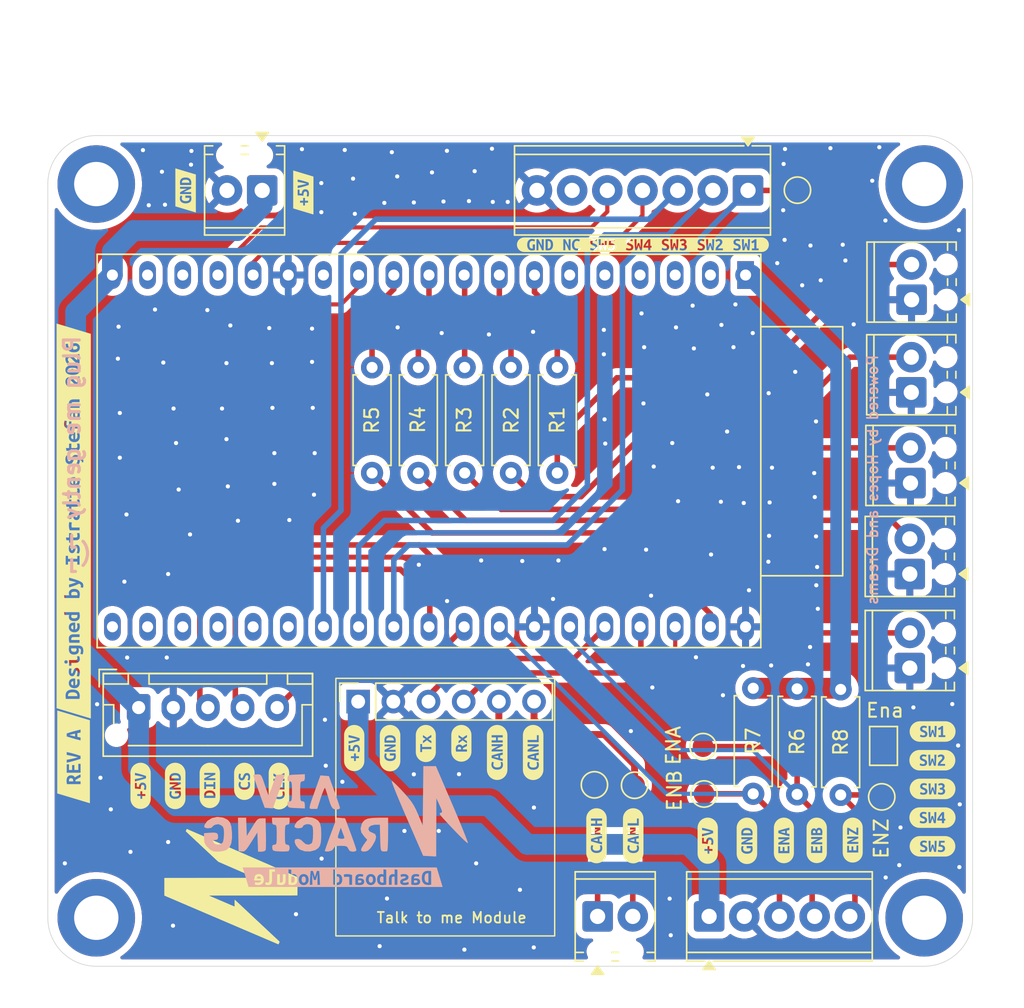
<source format=kicad_pcb>
(kicad_pcb (version 20241229) (generator "pcbnew") (generator_version "9.0")
  (layers (0 "F.Cu" signal) (2 "B.Cu" signal) (13 "F.Paste" user) (15 "B.Paste" user) (5 "F.SilkS" user "F.Silkscreen") (7 "B.SilkS" user "B.Silkscreen") (1 "F.Mask" user) (3 "B.Mask" user) (25 "Edge.Cuts" user))
  (net 0 "")
  (net 1 "+5V")
  (net 2 "/Rx")
  (net 3 "/CANH")
  (net 4 "/CANL")
  (net 5 "/Tx")
  (net 6 "GND")
  (net 7 "/EncoderA")
  (net 8 "/EncoderZ")
  (net 9 "/EncoderB")
  (net 10 "/DIN")
  (net 11 "/CS")
  (net 12 "/CLK")
  (net 13 "Net-(R1-Pad1)")
  (net 14 "/Button1")
  (net 15 "Net-(R2-Pad1)")
  (net 16 "/Button2")
  (net 17 "/Button3")
  (net 18 "Net-(R3-Pad1)")
  (net 19 "Net-(R4-Pad1)")
  (net 20 "/Button4")
  (net 21 "/Button5")
  (net 22 "Net-(R5-Pad1)")
  (net 23 "+3.3V")
  (net 24 "/SW2")
  (net 25 "/SW1")
  (net 26 "/SW4")
  (net 27 "/SW6")
  (net 28 "/SW3")
  (net 29 "/SW5")
  (net 30 "Net-(JP1-A)")
  (footprint "Connector_PinSocket_2.54mm:PinSocket_1x06_P2.54mm_Vertical" (layer "F.Cu") (at 82.46 83.79 90)
    (property "Reference" "J1" (hide yes))
    (property "Value" "Conn_01x06_Socket")
  )
  (footprint "Resistor_THT:R_Axial_DIN0207_L6.3mm_D2.5mm_P7.62mm_Horizontal" (layer "F.Cu") (at 96.8375 67.28 90)
    (property "Reference" "R1")
    (property "Value" "220")
  )
  (footprint "Esp devkit c:ESP32 DevKitC" (layer "F.Cu") (at 110.43344 52.99 -90)
    (property "Reference" "U2" (hide yes))
    (property "Value" "ESP32-DevKitC" (hide yes))
  )
  (footprint "kibuzzard-696A0FA7" (layer "F.Cu") (at 102.32 93.48 90)
    (property "Reference" "kibuzzard-696A0FA7" (hide yes))
    (property "Value" "G***" (hide yes))
  )
  (footprint "kibuzzard-6977479D" (layer "F.Cu") (at 123.93 94.24)
    (property "Reference" "kibuzzard-6977479D" (hide yes))
    (property "Value" "G***" (hide yes))
  )
  (footprint "kibuzzard-697747A7" (layer "F.Cu") (at 123.928062 92.1675)
    (property "Reference" "kibuzzard-697747A7" (hide yes))
    (property "Value" "G***" (hide yes))
  )
  (footprint "kibuzzard-69662E83" (layer "F.Cu") (at 115.57 93.809386 90)
    (property "Reference" "kibuzzard-69662E83" (hide yes))
    (property "Value" "G***" (hide yes))
  )
  (footprint "TerminalBlock_Phoenix:TerminalBlock_Phoenix_MPT-0,5-2-2.54_1x02_P2.54mm_Horizontal" (layer "F.Cu") (at 122.4 61.46 90)
    (property "Reference" "SW2" (hide yes))
    (property "Value" "SW_Push")
  )
  (footprint "kibuzzard-69663259" (layer "F.Cu") (at 95.095 87.465 90)
    (property "Reference" "kibuzzard-69663259" (hide yes))
    (property "Value" "G***" (hide yes))
  )
  (footprint "kibuzzard-69775305" (layer "F.Cu") (at 61.92 70.75 90)
    (property "Reference" "kibuzzard-69775305" (hide yes))
    (property "Value" "G***" (hide yes))
  )
  (footprint "kibuzzard-6966324D" (layer "F.Cu") (at 92.497042 87.461769 90)
    (property "Reference" "kibuzzard-6966324D" (hide yes))
    (property "Value" "G***" (hide yes))
  )
  (footprint "MountingHole:MountingHole_3.2mm_M3_DIN965_Pad_TopBottom" (layer "F.Cu") (at 63.5501 99.3999)
    (property "Reference" "H4" (hide yes))
    (property "Value" "MountingHole" (hide yes))
  )
  (footprint "kibuzzard-697747B3" (layer "F.Cu") (at 123.937755 85.95)
    (property "Reference" "kibuzzard-697747B3" (hide yes))
    (property "Value" "G***" (hide yes))
  )
  (footprint "TerminalBlock_Phoenix:TerminalBlock_Phoenix_MPT-0,5-2-2.54_1x02_P2.54mm_Horizontal" (layer "F.Cu") (at 122.29 81.37 90)
    (property "Reference" "SW5" (hide yes))
    (property "Value" "SW_Push")
  )
  (footprint "Resistor_THT:R_Axial_DIN0207_L6.3mm_D2.5mm_P7.62mm_Horizontal" (layer "F.Cu") (at 117.3 82.91 -90)
    (property "Reference" "R8")
    (property "Value" "4.7k")
  )
  (footprint "Connector_JST:JST_XH_B5B-XH-AM_1x05_P2.50mm_Vertical" (layer "F.Cu") (at 66.61 84.22)
    (property "Reference" "J5" (hide yes))
    (property "Value" "Conn_01x05_Socket")
  )
  (footprint "TestPoint:TestPoint_Pad_D1.5mm" (layer "F.Cu") (at 120.265 90.67 -90)
    (property "Reference" "TP3" (hide yes))
    (property "Value" "TestPoint")
  )
  (footprint "kibuzzard-6977589B" (layer "F.Cu") (at 61.91 87.78 90)
    (property "Reference" "kibuzzard-6977589B" (hide yes))
    (property "Value" "G***" (hide yes))
  )
  (footprint "TerminalBlock_Phoenix:TerminalBlock_Phoenix_MPT-0,5-2-2.54_1x02_P2.54mm_Horizontal" (layer "F.Cu") (at 75.53 46.88 180)
    (property "Reference" "J4" (hide yes))
    (property "Value" "Screw_Terminal_01x02")
  )
  (footprint "TerminalBlock_Phoenix:TerminalBlock_Phoenix_MPT-0,5-2-2.54_1x02_P2.54mm_Horizontal" (layer "F.Cu") (at 99.75 99.3)
    (property "Reference" "J2" (hide yes))
    (property "Value" "Screw_Terminal_01x02")
  )
  (footprint "kibuzzard-69662EA7" (layer "F.Cu") (at 82.175 87.142545 90)
    (property "Reference" "kibuzzard-69662EA7" (hide yes))
    (property "Value" "G***" (hide yes))
  )
  (footprint "kibuzzard-69774506" (layer "F.Cu") (at 71.745 89.842181 90)
    (property "Reference" "kibuzzard-69774506" (hide yes))
    (property "Value" "G***" (hide yes))
  )
  (footprint "Jumper:SolderJumper-2_P1.3mm_Open_Pad1.0x1.5mm" (layer "F.Cu") (at 120.395 86.99 -90)
    (property "Reference" "JP1" (hide yes))
    (property "Value" "SolderJumper_2_Open")
  )
  (footprint "kibuzzard-697744E1" (layer "F.Cu") (at 76.74 89.89 90)
    (property "Reference" "kibuzzard-697744E1" (hide yes))
    (property "Value" "G***" (hide yes))
  )
  (footprint "kibuzzard-6977488C" (layer "F.Cu") (at 103.02 50.8)
    (property "Reference" "kibuzzard-6977488C" (hide yes))
    (property "Value" "G***" (hide yes))
  )
  (footprint "TerminalBlock_Phoenix:TerminalBlock_Phoenix_MPT-0,5-5-2.54_1x05_P2.54mm_Horizontal" (layer "F.Cu") (at 107.8 99.3)
    (property "Reference" "J3" (hide yes))
    (property "Value" "Screw_Terminal_01x05")
  )
  (footprint "TestPoint:TestPoint_Pad_D1.5mm" (layer "F.Cu") (at 107.435 90.46 -90)
    (property "Reference" "TP1" (hide yes))
    (property "Value" "TestPoint")
  )
  (footprint "kibuzzard-697747AD" (layer "F.Cu") (at 123.919661 88.0225)
    (property "Reference" "kibuzzard-697747AD" (hide yes))
    (property "Value" "G***" (hide yes))
  )
  (footprint "TestPoint:TestPoint_Pad_D1.5mm" (layer "F.Cu") (at 102.42 89.83)
    (property "Reference" "TP5" (hide yes))
    (property "Value" "TestPoint")
  )
  (footprint "kibuzzard-69662E9B" (layer "F.Cu") (at 110.53 93.842988 90)
    (property "Reference" "kibuzzard-69662E9B" (hide yes))
    (property "Value" "G***" (hide yes))
  )
  (footprint "TestPoint:TestPoint_Pad_D1.5mm" (layer "F.Cu") (at 114.18 46.86)
    (property "Reference" "SW7" (hide yes))
    (property "Value" "SW_Rotary_1x5_MP" (hide yes))
  )
  (footprint "kibuzzard-69662E8F" (layer "F.Cu") (at 118.17 93.79 90)
    (property "Reference" "kibuzzard-69662E8F" (hide yes))
    (property "Value" "G***" (hide yes))
  )
  (footprint "Resistor_THT:R_Axial_DIN0207_L6.3mm_D2.5mm_P7.62mm_Horizontal" (layer "F.Cu") (at 90.15 67.28 90)
    (property "Reference" "R3")
    (property "Value" "220")
  )
  (footprint "Resistor_THT:R_Axial_DIN0207_L6.3mm_D2.5mm_P7.62mm_Horizontal" (layer "F.Cu") (at 114.155 82.87 -90)
    (property "Reference" "R6")
    (property "Value" "4.7k")
  )
  (footprint "Resistor_THT:R_Axial_DIN0207_L6.3mm_D2.5mm_P7.62mm_Horizontal" (layer "F.Cu") (at 86.80625 67.28 90)
    (property "Reference" "R4")
    (property "Value" "220")
  )
  (footprint "TerminalBlock_Phoenix:TerminalBlock_Phoenix_MPT-0,5-2-2.54_1x02_P2.54mm_Horizontal" (layer "F.Cu") (at 122.29 74.58 90)
    (property "Reference" "SW4" (hide yes))
    (property "Value" "SW_Push")
  )
  (footprint "kibuzzard-6966322B" (layer "F.Cu") (at 84.763911 87.150299 90)
    (property "Reference" "kibuzzard-6966322B" (hide yes))
    (property "Value" "G***" (hide yes))
  )
  (footprint "MountingHole:MountingHole_3.2mm_M3_DIN965_Pad_TopBottom" (layer "F.Cu") (at 123.3299 99.3999)
    (property "Reference" "H3" (hide yes))
    (property "Value" "MountingHole")
  )
  (footprint "MountingHole:MountingHole_3.2mm_M3_DIN965_Pad_TopBottom" (layer "F.Cu") (at 63.5501 46.4201)
    (property "Reference" "H1" (hide yes))
    (property "Value" "MountingHole")
  )
  (footprint "Resistor_THT:R_Axial_DIN0207_L6.3mm_D2.5mm_P7.62mm_Horizontal" (layer "F.Cu") (at 110.985 82.827143 -90)
    (property "Reference" "R7")
    (property "Value" "4.7k")
  )
  (footprint "kibuzzard-697747CE" (layer "F.Cu") (at 78.5 47.03 90)
    (property "Reference" "kibuzzard-697747CE" (hide yes))
    (property "Value" "G***" (hide yes))
  )
  (footprint "TestPoint:TestPoint_Pad_D1.5mm" (layer "F.Cu") (at 99.52 89.8)
    (property "Reference" "TP4" (hide yes))
    (property "Value" "TestPoint")
  )
  (footprint "kibuzzard-69662EA7" (layer "F.Cu") (at 66.75 89.871906 90)
    (property "Reference" "kibuzzard-69662EA7" (hide yes))
    (property "Value" "G***" (hide yes))
  )
  (footprint "kibuzzard-696A0FB0" (layer "F.Cu") (at 99.67 93.476769 90)
    (property "Reference" "kibuzzard-696A0FB0" (hide yes))
    (property "Value" "G***" (hide yes))
  )
  (footprint "kibuzzard-697747DE" (layer "F.Cu") (at 70 46.88 90)
    (property "Reference" "kibuzzard-697747DE" (hide yes))
    (property "Value" "G***" (hide yes))
  )
  (footprint "kibuzzard-697744F1" (layer "F.Cu") (at 74.2425 89.548158 90)
    (property "Reference" "kibuzzard-697744F1" (hide yes))
    (property "Value" "G***" (hide yes))
  )
  (footprint "kibuzzard-6966323F" (layer "F.Cu") (at 89.912008 86.801996 90)
    (property "Reference" "kibuzzard-6966323F" (hide yes))
    (property "Value" "G***" (hide yes))
  )
  (footprint "kibuzzard-69774561" (layer "F.Cu") (at 123.93517 90.095)
    (property "Reference" "kibuzzard-69774561" (hide yes))
    (property "Value" "G***" (hide yes))
  )
  (footprint "kibuzzard-69662EA7" (layer "F.Cu") (at 107.7 93.835234 90)
    (property "Reference" "kibuzzard-69662EA7" (hide yes))
    (property "Value" "G***" (hide yes))
  )
  (footprint "TerminalBlock_Phoenix:TerminalBlock_Phoenix_MPT-0,5-2-2.54_1x02_P2.54mm_Horizontal" (layer "F.Cu") (at 122.34 68.01 90)
    (property "Reference" "SW3" (hide yes))
    (property "Value" "SW_Push")
  )
  (footprint "TerminalBlock_Phoenix:TerminalBlock_Phoenix_MPT-0,5-2-2.54_1x02_P2.54mm_Horizontal" (layer "F.Cu") (at 122.42 54.77 90)
    (property "Reference" "SW1" (hide yes))
    (property "Value" "SW_Push")
  )
  (footprint "MountingHole:MountingHole_3.2mm_M3_DIN965_Pad_TopBottom" (layer "F.Cu") (at 123.3299 46.4201)
    (property "Reference" "H2" (hide yes))
    (property "Value" "MountingHole")
  )
  (footprint "TerminalBlock_Phoenix:TerminalBlock_Phoenix_MPT-0,5-7-2.54_1x07_P2.54mm_Horizontal" (layer "F.Cu") (at 110.61 46.88 180)
    (property "Reference" "SW6" (hide yes))
    (property "Value" "SW_Rotary_1x6_MP")
  )
  (footprint "kibuzzard-69663236" (layer "F.Cu") (at 87.344422 86.816212 90)
    (property "Reference" "kibuzzard-69663236" (hide yes))
    (property "Value" "G***" (hide yes))
  )
  (footprint "kibuzzard-697744FD" (layer "F.Cu") (at 69.2475 89.87966 90)
    (property "Reference" "kibuzzard-697744FD" (hide yes))
    (property "Value" "G***" (hide yes))
  )
  (footprint "Resistor_THT:R_Axial_DIN0207_L6.3mm_D2.5mm_P7.62mm_Horizontal" (layer "F.Cu") (at 93.49375 67.28 90)
    (property "Reference" "R2")
    (property "Value" "220")
  )
  (footprint "kibuzzard-69662E70" (layer "F.Cu") (at 113.2 93.813909 90)
    (property "Reference" "kibuzzard-69662E70" (hide yes))
    (property "Value" "G***" (hide yes))
  )
  (footprint "Resistor_THT:R_Axial_DIN0207_L6.3mm_D2.5mm_P7.62mm_Horizontal" (layer "F.Cu") (at 83.4625 67.28 90)
    (property "Reference" "R5")
    (property "Value" "220")
  )
  (footprint "LOGO" (layer "F.Cu") (at 73.28 97.08 90)
    (property "Reference" "G***" (hide yes))
    (property "Value" "LOGO" (hide yes))
  )
  (footprint "TestPoint:TestPoint_Pad_D1.5mm" (layer "F.Cu") (at 107.365 87.04 -90)
    (property "Reference" "TP2" (hide yes))
    (property "Value" "TestPoint")
  )
  (footprint "kibuzzard-697749A6" (layer "B.Cu") (at 81.34 96.47 180)
    (property "Reference" "kibuzzard-697749A6" (hide yes))
    (property "Value" "G***" (hide yes))
  )
  (footprint "LOGO" (layer "B.Cu") (at 80.94 91.92 180)
    (property "Reference" "G***" (hide yes))
    (property "Value" "LOGO" (hide yes))
  )
  (gr_rect (start 80.85 82.11) (end 96.65 100.71) (stroke (width 0.1)) (fill no) (layer "F.SilkS"))
  (gr_arc (start 60.05 46.42012) (mid 61.075156 43.945156) (end 63.55012 42.92) (stroke (width 0.05)) (layer "Edge.Cuts"))
  (gr_arc (start 123.32988 42.92) (mid 125.804844 43.945156) (end 126.83 46.42012) (stroke (width 0.05)) (layer "Edge.Cuts"))
  (gr_line (start 63.55012 42.92) (end 123.32988 42.92) (stroke (width 0.05)) (layer "Edge.Cuts"))
  (gr_line (start 123.32988 102.9) (end 63.55012 102.9) (stroke (width 0.05)) (layer "Edge.Cuts"))
  (gr_line (start 126.83 46.42012) (end 126.83 99.39988) (stroke (width 0.05)) (layer "Edge.Cuts"))
  (gr_arc (start 126.83 99.39988) (mid 125.804844 101.874844) (end 123.32988 102.9) (stroke (width 0.05)) (layer "Edge.Cuts"))
  (gr_arc (start 63.55012 102.9) (mid 61.075161 101.874839) (end 60.05 99.39988) (stroke (width 0.05)) (layer "Edge.Cuts"))
  (gr_line (start 60.05 99.39988) (end 60.05 46.42012) (stroke (width 0.05)) (layer "Edge.Cuts"))
  (gr_text "ENZ\n" (at 120.82 95.23 90) (layer "F.SilkS") (effects (font (size 1 1)) (justify left bottom)))
  (gr_text "ENB\n" (at 105.88 91.79 90) (layer "F.SilkS") (effects (font (size 1 1)) (justify left bottom)))
  (gr_text "ENA" (at 105.81 88.47 90) (layer "F.SilkS") (effects (font (size 1 1)) (justify left bottom)))
  (gr_text "Talk to me Module" (at 83.72 99.84 -0) (layer "F.SilkS") (effects (font (size 0.762 0.762) (thickness 0.127) (bold yes)) (justify left bottom)))
  (gr_text "Ena" (at 119.04 85.01 0) (layer "F.SilkS") (effects (font (size 1 1)) (justify left bottom)))
  (gr_text "Powered by Hopes and Dreams" (at 120.05 58.68 90) (layer "B.SilkS") (effects (font (size 0.762 0.762) (thickness 0.127) (bold yes)) (justify left bottom mirror)))
  (gr_text "Plug me gently ¬‿¬" (at 62.47 57.26 90) (layer "B.SilkS") (effects (font (size 1.143 1.143) (thickness 0.2286) (bold yes)) (justify left bottom mirror)))
  (segment (start 62.06 55.64344) (end 64.71344 52.99) (width 1.5) (layer "B.Cu") (net 1))
  (segment (start 94.67 94.1) (end 105.43 94.1) (width 1.5) (layer "B.Cu") (net 1))
  (segment (start 66.22234 49.7811) (end 73.728899 49.7811) (width 1.5) (layer "B.Cu") (net 1))
  (segment (start 75.53 47.979999) (end 75.53 46.88) (width 1.5) (layer "B.Cu") (net 1))
  (segment (start 85.65 91.3) (end 91.87 91.3) (width 1.5) (layer "B.Cu") (net 1))
  (segment (start 107.8 95.62) (end 107.8 99.3) (width 1.5) (layer "B.Cu") (net 1))
  (segment (start 69.29 91.3) (end 85.65 91.3) (width 1.5) (layer "B.Cu") (net 1))
  (segment (start 73.728899 49.7811) (end 75.53 47.979999) (width 1.5) (layer "B.Cu") (net 1))
  (segment (start 66.61 84.22) (end 62.06 79.67) (width 1.5) (layer "B.Cu") (net 1))
  (segment (start 82.46 83.79) (end 82.46 88.11) (width 1.5) (layer "B.Cu") (net 1))
  (segment (start 83.09 88.74) (end 85.65 91.3) (width 1.5) (layer "B.Cu") (net 1))
  (segment (start 62.06 79.67) (end 62.06 55.64344) (width 1.5) (layer "B.Cu") (net 1))
  (segment (start 64.71344 51.29) (end 66.22234 49.7811) (width 1.5) (layer "B.Cu") (net 1))
  (segment (start 66.61 84.22) (end 66.61 88.62) (width 1.5) (layer "B.Cu") (net 1))
  (segment (start 64.71344 52.99) (end 64.71344 51.29) (width 1.5) (layer "B.Cu") (net 1))
  (segment (start 82.46 88.11) (end 83.09 88.74) (width 1.5) (layer "B.Cu") (net 1))
  (segment (start 66.61 88.62) (end 69.29 91.3) (width 1.5) (layer "B.Cu") (net 1))
  (segment (start 106.28 94.1) (end 107.8 95.62) (width 1.5) (layer "B.Cu") (net 1))
  (segment (start 91.87 91.3) (end 94.67 94.1) (width 1.5) (layer "B.Cu") (net 1))
  (segment (start 105.43 94.1) (end 106.28 94.1) (width 1.5) (layer "B.Cu") (net 1))
  (segment (start 87.54 83.79) (end 87.54 83.37) (width 0.4) (layer "F.Cu") (net 2))
  (segment (start 98.04344 80.68) (end 100.33344 78.39) (width 0.4) (layer "F.Cu") (net 2))
  (segment (start 88.095 82.815) (end 90.23 80.68) (width 0.4) (layer "F.Cu") (net 2))
  (segment (start 87.455 83.455) (end 88.095 82.815) (width 0.4) (layer "F.Cu") (net 2))
  (segment (start 87.54 83.37) (end 88.095 82.815) (width 0.4) (layer "F.Cu") (net 2))
  (segment (start 90.23 80.68) (end 98.04344 80.68) (width 0.4) (layer "F.Cu") (net 2))
  (segment (start 92.62 87.34) (end 92.62 88) (width 0.5) (layer "F.Cu") (net 3))
  (segment (start 99.52 89.8) (end 99.52 90.05) (width 0.4) (layer "F.Cu") (net 3))
  (segment (start 99.75 90.28) (end 99.75 99.3) (width 0.4) (layer "F.Cu") (net 3))
  (segment (start 92.62 83.79) (end 92.62 87.34) (width 0.5) (layer "F.Cu") (net 3))
  (segment (start 92.62 88) (end 94.42 89.8) (width 0.5) (layer "F.Cu") (net 3))
  (segment (start 99.52 90.05) (end 99.75 90.28) (width 0.4) (layer "F.Cu") (net 3))
  (segment (start 99.52 89.8) (end 94.42 89.8) (width 0.5) (layer "F.Cu") (net 3))
  (segment (start 102.29 99.3) (end 102.29 89.96) (width 0.4) (layer "F.Cu") (net 4))
  (segment (start 102.42 88.36) (end 100.225 86.165) (width 0.5) (layer "F.Cu") (net 4))
  (segment (start 100.225 86.165) (end 96.245 86.165) (width 0.5) (layer "F.Cu") (net 4))
  (segment (start 96.245 86.165) (end 95.16 85.08) (width 0.5) (layer "F.Cu") (net 4))
  (segment (start 102.42 89.83) (end 102.42 88.36) (width 0.5) (layer "F.Cu") (net 4))
  (segment (start 95.16 83.79) (end 95.16 85.08) (width 0.5) (layer "F.Cu") (net 4))
  (segment (start 102.29 89.96) (end 102.42 89.83) (width 0.4) (layer "F.Cu") (net 4))
  (segment (start 92.15 81.72) (end 101.52 81.72) (width 0.4) (layer "F.Cu") (net 5))
  (segment (start 101.52 81.72) (end 102.89 80.35) (width 0.4) (layer "F.Cu") (net 5))
  (segment (start 90.08 83.79) (end 92.15 81.72) (width 0.4) (layer "F.Cu") (net 5))
  (segment (start 102.87344 80.33344) (end 102.87344 78.39) (width 0.4) (layer "F.Cu") (net 5))
  (segment (start 102.89 80.35) (end 102.87344 80.33344) (width 0.4) (layer "F.Cu") (net 5))
  (via (at 88.87 44.02) (size 0.6) (drill 0.3) (layers "F.Cu" "B.Cu") (net 6))
  (via (at 104.95 98.02) (size 0.6) (drill 0.3) (layers "F.Cu" "B.Cu") (net 6))
  (via (at 108.65 69.36) (size 0.6) (drill 0.3) (layers "F.Cu" "B.Cu") (net 6))
  (via (at 84.35 47.78) (size 0.6) (drill 0.3) (layers "F.Cu" "B.Cu") (net 6))
  (via (at 93.26 47.71) (size 0.6) (drill 0.3) (layers "F.Cu" "B.Cu") (net 6))
  (via (at 100.25 63.41) (size 0.6) (drill 0.3) (layers "F.Cu" "B.Cu") (net 6))
  (via (at 105.03 100.66) (size 0.6) (drill 0.3) (layers "F.Cu" "B.Cu") (net 6))
  (via (at 106.61 55.2) (size 0.6) (drill 0.3) (layers "F.Cu" "B.Cu") (net 6))
  (via (at 113.25 50.45) (size 0.6) (drill 0.3) (layers "F.Cu" "B.Cu") (net 6))
  (via (at 63.61 83.98) (size 0.6) (drill 0.3) (layers "F.Cu" "B.Cu") (net 6))
  (via (at 102.92 55.76) (size 0.6) (drill 0.3) (layers "F.Cu" "B.Cu") (net 6))
  (via (at 72.63 62.63) (size 0.6) (drill 0.3) (layers "F.Cu" "B.Cu") (net 6))
  (via (at 65.58 75.13) (size 0.6) (drill 0.3) (layers "F.Cu" "B.Cu") (net 6))
  (via (at 69.5 68.48) (size 0.6) (drill 0.3) (layers "F.Cu" "B.Cu") (net 6))
  (via (at 67.79 55.48) (size 0.6) (drill 0.3) (layers "F.Cu" "B.Cu") (net 6))
  (via (at 120.55 96.49) (size 0.6) (drill 0.3) (layers "F.Cu" "B.Cu") (net 6))
  (via (at 94.14 97.38) (size 0.6) (drill 0.3) (layers "F.Cu" "B.Cu") (net 6))
  (via (at 79.13 59.26) (size 0.6) (drill 0.3) (layers "F.Cu" "B.Cu") (net 6))
  (via (at 122.55 84.21) (size 0.6) (drill 0.3) (layers "F.Cu" "B.Cu") (net 6))
  (via (at 88.49 57.18) (size 0.6) (drill 0.3) (layers "F.Cu" "B.Cu") (net 6))
  (via (at 68.64 80.61) (size 0.6) (drill 0.3) (layers "F.Cu" "B.Cu") (net 6))
  (via (at 76.27 62.58) (size 0.6) (drill 0.3) (layers "F.Cu" "B.Cu") (net 6))
  (via (at 86.48 89.04) (size 0.6) (drill 0.3) (layers "F.Cu" "B.Cu") (net 6))
  (via (at 81.49 43.96) (size 0.6) (drill 0.3) (layers "F.Cu" "B.Cu") (net 6))
  (via (at 115.52 63.56) (size 0.6) (drill 0.3) (layers "F.Cu" "B.Cu") (net 6))
  (via (at 91.9 57.28) (size 0.6) (drill 0.3) (layers "F.Cu" "B.Cu") (net 6))
  (via (at 121.53 95.6) (size 0.6) (drill 0.3) (layers "F.Cu" "B.Cu") (net 6))
  (via (at 79.13 56.86) (size 0.6) (drill 0.3) (layers "F.Cu" "B.Cu") (net 6))
  (via (at 81.32 89.58) (size 0.6) (drill 0.3) (layers "F.Cu" "B.Cu") (net 6))
  (via (at 69.31 65.12) (size 0.6) (drill 0.3) (layers "F.Cu" "B.Cu") (net 6))
  (via (at 79.32 65.85) (size 0.6) (drill 0.3) (layers "F.Cu" "B.Cu") (net 6))
  (via (at 85.8 93.13) (size 0.6) (drill 0.3) (layers "F.Cu" "B.Cu") (net 6))
  (via (at 90.87 45.49) (size 0.6) (drill 0.3) (layers "F.Cu" "B.Cu") (net 6))
  (via (at 70.39 45.02) (size 0.6) (drill 0.3) (layers "F.Cu" "B.Cu") (net 6))
  (via (at 68.29 45.53) (size 0.6) (drill 0.3) (layers "F.Cu" "B.Cu") (net 6))
  (via (at 113.15 48.31) (size 0.6) (drill 0.3) (layers "F.Cu" "B.Cu") (net 6))
  (via (at 121.62 92.88) (size 0.6) (drill 0.3) (layers "F.Cu" "B.Cu") (net 6))
  (via (at 95.09 57.09) (size 0.6) (drill 0.3) (layers "F.Cu" "B.Cu") (net 6))
  (via (at 65.78 80.61) (size 0.6) (drill 0.3) (layers "F.Cu" "B.Cu") (net 6))
  (via (at 119.58 46.18) (size 0.6) (drill 0.3) (layers "F.Cu" "B.Cu") (net 6))
  (via (at 92.12 43.87) (size 0.6) (drill 0.3) (layers "F.Cu" "B.Cu") (net 6))
  (via (at 125.9 91.21) (size 0.6) (drill 0.3) (layers "F.Cu" "B.Cu") (net 6))
  (via (at 65.25 62.95) (size 0.6) (drill 0.3) (layers "F.Cu" "B.Cu") (net 6))
  (via (at 92.18 47.71) (size 0.6) (drill 0.3) (layers "F.Cu" "B.Cu") (net 6))
  (via (at 103.11 58.2) (size 0.6) (drill 0.3) (layers "F.Cu" "B.Cu") (net 6))
  (via (at 112.28 81.18) (size 0.6) (drill 0.3) (layers "F.Cu" "B.Cu") (net 6))
  (via (at 95.14 101.54) (size 0.6) (drill 0.3) (layers "F.Cu" "B.Cu") (net 6))
  (via (at 103.8 66.82) (size 0.6) (drill 0.3) (layers "F.Cu" "B.Cu") (net 6))
  (via (at 117.64 51.94) (size 0.6) (drill 0.3) (layers "F.Cu" "B.Cu") (net 6))
  (via (at 70.32 71.72) (size 0.6) (drill 0.3) (layers "F.Cu" "B.Cu") (net 6))
  (via (at 96.92 73.6) (size 0.6) (drill 0.3) (layers "F.Cu" "B.Cu") (net 6))
  (via (at 115.12 50.86) (size 0.6) (drill 0.3) (layers "F.Cu" "B.Cu") (net 6))
  (via (at 69.09 99.97) (size 0.6) (drill 0.3) (layers "F.Cu" "B.Cu") (net 6))
  (via (at 115.09 79.85) (size 0.6) (drill 0.3) (layers "F.Cu" "B.Cu") (net 6))
  (via (at 86.48 47.75) (size 0.6) (drill 0.3) (layers "F.Cu" "B.Cu") (net 6))
  (via (at 115.86 53.37) (size 0.6) (drill 0.3) (layers "F.Cu" "B.Cu") (net 6))
  (via (at 112.34 66.9) (size 0.6) (drill 0.3) (layers "F.Cu" "B.Cu") (net 6))
  (via (at 114.94 81.1) (size 0.6) (drill 0.3) (layers "F.Cu" "B.Cu") (net 6))
  (via (at 71.57 55.52) (size 0.6) (drill 0.3) (layers "F.Cu" "B.Cu") (net 6))
  (via (at 125.36 83.97) (size 0.6) (drill 0.3) (layers "F.Cu" "B.Cu") (net 6))
  (via (at 64.6 91.57) (size 0.6) (drill 0.3) (layers "F.Cu" "B.Cu") (net 6))
  (via (at 76.41 68.07) (size 0.6) (drill 0.3) (layers "F.Cu" "B.Cu") (net 6))
  (via (at 94.31 73.64) (size 0.6) (drill 0.3) (layers "F.Cu" "B.Cu") (net 6))
  (via (at 107.94 73.17) (size 0.6) (drill 0.3) (layers "F.Cu" "B.Cu") (net 6))
  (via (at 115.39 67.29) (size 0.6) (drill 0.3) (layers "F.Cu" "B.Cu") (net 6))
  (via (at 76.41 65.85) (size 0.6) (drill 0.3) (layers "F.Cu" "B.Cu") (net 6))
  (via (at 109.96 66.86) (size 0.6) (drill 0.3) (layers "F.Cu" "B.Cu") (net 6))
  (via (at 105.56 69.32) (size 0.6) (drill 0.3) (layers "F.Cu" "B.Cu") (net 6))
  (via (at 84.01 101.45) (size 0.6) (drill 0.3) (layers "F.Cu" "B.Cu") (net 6))
  (via (at 115.65 77.09) (size 0.6) (drill 0.3) (layers "F.Cu" "B.Cu") (net 6))
  (via (at 72.95 59.35) (size 0.6) (drill 0.3) (layers "F.Cu" "B.Cu") (net 6))
  (via (at 100.3 65.16) (size 0.6) (drill 0.3) (layers "F.Cu" "B.Cu") (net 6))
  (via (at 88.28 93.13) (size 0.6) (drill 0.3) (layers "F.Cu" "B.Cu") (net 6))
  (via (at 63.85 89.29) (size 0.6) (drill 0.3) (layers "F.Cu" "B.Cu") (net 6))
  (via (at 76.04 56.82) (size 0.6) (drill 0.3) (layers "F.Cu" "B.Cu") (net 6))
  (via (at 112.08 73.69) (size 0.6) (drill 0.3) (layers "F.Cu" "B.Cu") (net 6))
  (via (at 65.11 59.03) (size 0.6) (drill 0.3) (layers "F.Cu" "B.Cu") (net 6))
  (via (at 115.52 71.86) (size 0.6) (drill 0.3) (layers "F.Cu" "B.Cu") (net 6))
  (via (at 82.22 48.57) (size 0.6) (drill 0.3) (layers "F.Cu" "B.Cu") (net 6))
  (via (at 79.8 48.45) (size 0.6) (drill 0.3) (layers "F.Cu" "B.Cu") (net 6))
  (via (at 125.87 95.74) (size 0.6) (drill 0.3) (layers "F.Cu" "B.Cu") (net 6))
  (via (at 103.06 62.26) (size 0.6) (drill 0.3) (layers "F.Cu" "B.Cu") (net 6))
  (via (at 89.74 89.03) (size 0.6) (drill 0.3) (layers "F.Cu" "B.Cu") (net 6))
  (via (at 109.7 55.11) (size 0.6) (drill 0.3) (layers "F.Cu" "B.Cu") (net 6))
  (via (at 86.84 73.91) (size 0.6) (drill 0.3) (layers "F.Cu" "B.Cu") (net 6))
  (via (at 78.4 43.9) (size 0.6) (drill 0.3) (layers "F.Cu" "B.Cu") (net 6))
  (via (at 66.02 94.64) (size 0.6) (drill 0.3) (layers "F.Cu" "B.Cu") (net 6))
  (via (at 112.17 69.41) (size 0.6) (drill 0.3) (layers "F.Cu" "B.Cu") (net 6))
  (via (at 77.97 99.14) (size 0.6) (drill 0.3) (layers "F.Cu" "B.Cu") (net 6))
  (via (at 84.89 44.12) (size 0.6) (drill 0.3) (layers "F.Cu" "B.Cu") (net 6))
  (via (at 88.62 47.68) (size 0.6) (drill 0.3) (layers "F.Cu" "B.Cu") (net 6))
  (via (at 65.16 56.72) (size 0.6) (drill 0.3) (layers "F.Cu" "B.Cu") (net 6))
  (via (at 76.23 59.35) (size 0.6) (drill 0.3) (layers "F.Cu" "B.Cu") (net 6))
  (via (at 96.53 76.38) (size 0.6) (drill 0.3) (layers "F.Cu" "B.Cu") (net 6))
  (via (at 106.7 58.29) (size 0.6) (drill 0.3) (layers "F.Cu" "B.Cu") (net 6))
  (via (at 107.67 61.61) (size 0.6) (drill 0.3) (layers "F.Cu" "B.Cu") (net 6))
  (via (at 88.88 76.53) (size 0.6) (drill 0.3) (layers "F.Cu" "B.Cu") (net 6))
  (via (at 100.2 58.71) (size 0.6) (drill 0.3) (layers "F.Cu" "B.Cu") (net 6))
  (via (at 112.1 61.52) (size 0.6) (drill 0.3) (layers "F.Cu" "B.Cu") (net 6))
  (via (at 106.85 80.59) (size 0.6) (drill 0.3) (layers "F.Cu" "B.Cu") (net 6))
  (via (at 113.28 43.89) (size 0.6) (drill 0.3) (layers "F.Cu" "B.Cu") (net 6))
  (via (at 105.14 65.12) (size 0.6) (drill 0.3) (layers "F.Cu" "B.Cu") (net 6))
  (via (at 120.09 43.76) (size 0.6) (drill 0.3) (layers "F.Cu" "B.Cu") (net 6))
  (via (at 68.74 93.93) (size 0.6) (drill 0.3) (layers "F.Cu" "B.Cu") (net 6))
  (via (at 109.56 58.2) (size 0.6) (drill 0.3) (layers "F.Cu" "B.Cu") (net 6))
  (via (at 117.45 50.8) (size 0.6) (drill 0.3) (layers "F.Cu" "B.Cu") (net 6))
  (via (at 100.25 72.78) (size 0.6) (drill 0.3) (layers "F.Cu" "B.Cu") (net 6))
  (via (at 65.25 66.18) (size 0.6) (drill 0.3) (layers "F.Cu" "B.Cu") (net 6))
  (via (at 103.7 82.77) (size 0.6) (drill 0.3) (layers "F.Cu" "B.Cu") (net 6))
  (via (at 84.54 98.01) (size 0.6) (drill 0.3) (layers "F.Cu" "B.Cu") (net 6))
  (via (at 85.31 56.77) (size 0.6) (drill 0.3) (layers "F.Cu" "B.Cu") (net 6))
  (via (at 77.49 70.68) (size 0.6) (drill 0.3) (layers "F.Cu" "B.Cu") (net 6))
  (via (at 114.02 59.98) (size 0.6) (drill 0.3) (layers "F.Cu" "B.Cu") (net 6))
  (via (at 110.25 81.22) (size 0.6) (drill 0.3) (layers "F.Cu" "B.Cu") (net 6))
  (via (at 87.79 45.58) (size 0.6) (drill 0.3) (layers "F.Cu" "B.Cu") (net 6))
  (via (at 115.54 75.39) (size 0.6) (drill 0.3) (layers "F.Cu" "B.Cu") (net 6))
  (via (at 68.74 74.58) (size 0.6) (drill 0.3) (layers "F.Cu" "B.Cu") (net 6))
  (via (at 95.15 91.44) (size 0.6) (drill 0.3) (layers "F.Cu" "B.Cu") (net 6))
  (via (at 68.51 47.91) (size 0.6) (drill 0.3) (layers "F.Cu" "B.Cu") (net 6))
  (via (at 100.2 56.95) (size 0.6) (drill 0.3) (layers "F.Cu" "B.Cu") (net 6))
  (via (at 90.13 101.7) (size 0.6) (drill 0.3) (layers "F.Cu" "B.Cu") (net 6))
  (via (at 72.95 64.84) (size 0.6) (drill 0.3) (layers "F.Cu" "B.Cu") (net 6))
  (via (at 73.78 70.73) (size 0.6) (drill 0.3) (layers "F.Cu" "B.Cu") (net 6))
  (via (at 110.95 57.18) (size 0.6) (drill 0.3) (layers "F.Cu" "B.Cu") (net 6))
  (via (at 120.53 49.05) (size 0.6) (drill 0.3) (layers "F.Cu" "B.Cu") (net 6))
  (via (at 80.06 85.1) (size 0.6) (drill 0.3) (layers "F.Cu" "B.Cu") (net 6))
  (via (at 79.8 46.35) (size 0.6) (drill 0.3) (layers "F.Cu" "B.Cu") (net 6))
  (via (at 118.24 56.55) (size 0.6) (drill 0.3) (layers "F.Cu" "B.Cu") (net 6))
  (via (at 67.34 47.95) (size 0.6) (drill 0.3) (layers "F.Cu" "B.Cu") (net 6))
  (via (at 61.28 95.47) (size 0.6) (drill 0.3) (layers "F.Cu" "B.Cu") (net 6))
  (via (at 115.6 74.07) (size 0.6) (drill 0.3) (layers "F.Cu" "B.Cu") (net 6))
  (via (at 73.23 56.63) (size 0.6) (drill 0.3) (layers "F.Cu" "B.Cu") (net 6))
  (via (at 108.06 66.9) (size 0.6) (drill 0.3) (layers "F.Cu" "B.Cu") (net 6))
  (via (at 79.27 68.85) (size 0.6) (drill 0.3) (layers "F.Cu" "B.Cu") (net 6))
  (via (at 85.28 45.87) (size 0.6) (drill 0.3) (layers "F.Cu" "B.Cu") (net 6))
  (via (at 103.61 76.14) (size 0.6) (drill 0.3) (layers "F.Cu" "B.Cu") (net 6))
  (via (at 82.09 46.03) (size 0.6) (drill 0.3) (layers "F.Cu" "B.Cu") (net 6))
  (via (at 125.84 49.75) (size 0.6) (drill 0.3) (layers "F.Cu" "B.Cu") (net 6))
  (via (at 112.72 52.13) (size 0.6) (drill 0.3) (layers "F.Cu" "B.Cu") (net 6))
  (via (at 80.12 88.42) (size 0.6) (drill 0.3) (layers "F.Cu" "B.Cu") (net 6))
  (via (at 112.13 71.82) (size 0.6) (drill 0.3) (layers "F.Cu" "B.Cu") (net 6))
  (via (at 68.39 59.31) (size 0.6) (drill 0.3) (layers "F.Cu" "B.Cu") (net 6))
  (via (at 91.34 73.6) (size 0.6) (drill 0.3) (layers "F.Cu" "B.Cu") (net 6))
  (via (at 110.3 69.45) (size 0.6) (drill 0.3) (layers "F.Cu" "B.Cu") (net 6))
  (via (at 66.92 43.97) (size 0.6) (drill 0.3) (layers "F.Cu" "B.Cu") (net 6))
  (via (at 69.13 62.63) (size 0.6) (drill 0.3) (layers "F.Cu" "B.Cu") (net 6))
  (via (at 109.1 64.29) (size 0.6) (drill 0.3) (layers "F.Cu" "B.Cu") (net 6))
  (via (at 113.18 44.97) (size 0.6) (drill 0.3) (layers "F.Cu" "B.Cu") (net 6))
  (via (at 90.98 95.47) (size 0.6) (drill 0.3) (layers "F.Cu" "B.Cu") (net 6))
  (via (at 65.73 70.28) (size 0.6) (drill 0.3) (layers "F.Cu" "B.Cu") (net 6))
  (via (at 108.69 56.59) (size 0.6) (drill 0.3) (layers "F.Cu" "B.Cu") (net 6))
  (via (at 79.82 95.13) (size 0.6) (drill 0.3) (layers "F.Cu" "B.Cu") (net 6))
  (via (at 116.56 43.83) (size 0.6) (drill 0.3) (layers "F.Cu" "B.Cu") (net 6))
  (via (at 73.05 68.25) (size 0.6) (drill 0.3) (layers "F.Cu" "B.Cu") (net 6))
  (via (at 108.8 83.33) (size 0.6) (drill 0.3) (layers "F.Cu" "B.Cu") (net 6))
  (via (at 70.42 44.03) (size 0.6) (drill 0.3) (layers "F.Cu" "B.Cu") (net 6))
  (via (at 110.68 75.75) (size 0.6) (drill 0.3) (layers "F.Cu" "B.Cu") (net 6))
  (via (at 90.46 47.65) (size 0.6) (drill 0.3) (layers "F.Cu" "B.Cu") (net 6))
  (via (at 125.78 86.96) (size 0.6) (drill 0.3) (layers "F.Cu" "B.Cu") (net 6))
  (via (at 114.52 53.73) (size 0.6) (drill 0.3) (layers "F.Cu" "B.Cu") (net 6))
  (via (at 102.15 85.92) (size 0.6) (drill 0.3) (layers "F.Cu" "B.Cu") (net 6))
  (via (at 115.43 69.02) (size 0.6) (drill 0.3) (layers "F.Cu" "B.Cu") (net 6))
  (via (at 103.25 72.82) (size 0.6) (drill 0.3) (layers "F.Cu" "B.Cu") (net 6))
  (via (at 105.41 56.77) (size 0.6) (drill 0.3) (layers "F.Cu" "B.Cu") (net 6))
  (via (at 79.18 62.58) (size 0.6) (drill 0.3) (layers "F.Cu" "B.Cu") (net 6))
  (segment (start 112.88 94.88) (end 112.07 94.07) (width 0.4) (layer "F.Cu") (net 7))
  (segment (start 110.66 90.772143) (end 110.985 90.447143) (width 0.2) (layer "F.Cu") (net 7))
  (segment (start 110.985 90.447143) (end 107.447857 90.447143) (width 0.4) (layer "F.Cu") (net 7))
  (segment (start 110.985 90.447143) (end 112.07 91.532143) (width 0.4) (layer "F.Cu") (net 7))
  (segment (start 112.07 94.07) (end 112.07 92.21) (width 0.4) (layer "F.Cu") (net 7))
  (segment (start 107.447857 90.447143) (end 107.435 90.46) (width 0.4) (layer "F.Cu") (net 7))
  (segment (start 112.07 91.532143) (end 112.07 92.21) (width 0.4) (layer "F.Cu") (net 7))
  (segment (start 112.88 99.3) (end 112.88 94.88) (width 0.4) (layer "F.Cu") (net 7))
  (segment (start 104.710583 90.447143) (end 92.65344 78.39) (width 0.3) (layer "B.Cu") (net 7))
  (segment (start 110.985 90.447143) (end 104.710583 90.447143) (width 0.3) (layer "B.Cu") (net 7))
  (segment (start 118.33 97.78) (end 118.385 97.725) (width 0.4) (layer "F.Cu") (net 8))
  (segment (start 120.265 90.67) (end 120.265 87.77) (width 0.4) (layer "F.Cu") (net 8))
  (segment (start 120.265 87.77) (end 120.395 87.64) (width 0.4) (layer "F.Cu") (net 8))
  (segment (start 118.385 97.725) (end 118.385 91.66) (width 0.4) (layer "F.Cu") (net 8))
  (segment (start 118.33 98.93) (end 118.33 97.78) (width 0.4) (layer "F.Cu") (net 8))
  (segment (start 117.3 90.53) (end 118.385 91.615) (width 0.4) (layer "F.Cu") (net 8))
  (segment (start 117.96 99.3) (end 118.33 98.93) (width 0.4) (layer "F.Cu") (net 8))
  (segment (start 117.3 90.53) (end 120.125 90.53) (width 0.4) (layer "F.Cu") (net 8))
  (segment (start 118.385 91.615) (end 118.385 91.66) (width 0.4) (layer "F.Cu") (net 8))
  (segment (start 120.125 90.53) (end 120.265 90.67) (width 0.4) (layer "F.Cu") (net 8))
  (segment (start 115.24 99.12) (end 115.42 99.3) (width 0.4) (layer "F.Cu") (net 9))
  (segment (start 115.24 92.26) (end 115.24 99.12) (width 0.4) (layer "F.Cu") (net 9))
  (segment (start 114.155 90.49) (end 114.155 88.24) (width 0.4) (layer "F.Cu") (net 9))
  (segment (start 115.24 91.575) (end 115.24 92.26) (width 0.4) (layer "F.Cu") (net 9))
  (segment (start 114.155 88.24) (end 112.955 87.04) (width 0.4) (layer "F.Cu") (net 9))
  (segment (start 112.955 87.04) (end 107.365 87.04) (width 0.4) (layer "F.Cu") (net 9))
  (segment (start 114.155 90.49) (end 115.24 91.575) (width 0.4) (layer "F.Cu") (net 9))
  (segment (start 114.155 90.49) (end 110.955 87.29) (width 0.3) (layer "B.Cu") (net 9))
  (segment (start 110.955 87.29) (end 105.76 87.29) (width 0.3) (layer "B.Cu") (net 9))
  (segment (start 105.76 87.29) (end 97.73344 79.26344) (width 0.3) (layer "B.Cu") (net 9))
  (segment (start 97.73344 79.26344) (end 97.73344 78.39) (width 0.3) (layer "B.Cu") (net 9))
  (segment (start 71.61 84.22) (end 71.03 83.64) (width 0.4) (layer "F.Cu") (net 10))
  (segment (start 71.03 74.28) (end 72.83 72.48) (width 0.4) (layer "F.Cu") (net 10))
  (segment (start 89.22 74.81) (end 86.89 72.48) (width 0.4) (layer "F.Cu") (net 10))
  (segment (start 71.03 83.64) (end 71.03 74.28) (width 0.4) (layer "F.Cu") (net 10))
  (segment (start 107.89344 78.39) (end 107.89344 77.45344) (width 0.4) (layer "F.Cu") (net 10))
  (segment (start 105.25 74.81) (end 89.22 74.81) (width 0.4) (layer "F.Cu") (net 10))
  (segment (start 107.89344 77.45344) (end 105.25 74.81) (width 0.4) (layer "F.Cu") (net 10))
  (segment (start 86.89 72.48) (end 85.54 72.48) (width 0.4) (layer "F.Cu") (net 10))
  (segment (start 72.83 72.48) (end 85.54 72.48) (width 0.4) (layer "F.Cu") (net 10))
  (segment (start 74.11 84.22) (end 73.59 83.7) (width 0.4) (layer "F.Cu") (net 11))
  (segment (start 87.63344 76.37) (end 87.63344 78.39) (width 0.4) (layer "F.Cu") (net 11))
  (segment (start 75.61 74.24) (end 85.50344 74.24) (width 0.4) (layer "F.Cu") (net 11))
  (segment (start 73.59 76.26) (end 75.61 74.24) (width 0.4) (layer "F.Cu") (net 11))
  (segment (start 73.59 83.7) (end 73.59 76.26) (width 0.4) (layer "F.Cu") (net 11))
  (segment (start 85.50344 74.24) (end 87.63344 76.37) (width 0.4) (layer "F.Cu") (net 11))
  (segment (start 87.41344 81.15) (end 90.17344 78.39) (width 0.4) (layer "F.Cu") (net 12))
  (segment (start 79.68 81.15) (end 87.41344 81.15) (width 0.4) (layer "F.Cu") (net 12))
  (segment (start 76.61 84.22) (end 79.68 81.15) (width 0.4) (layer "F.Cu") (net 12))
  (segment (start 101.14 60.41) (end 111.23 60.41) (width 0.4) (layer "F.Cu") (net 13))
  (segment (start 96.8375 67.28) (end 96.8375 64.7125) (width 0.4) (layer "F.Cu") (net 13))
  (segment (start 96.8375 64.7125) (end 101.14 60.41) (width 0.4) (layer "F.Cu") (net 13))
  (segment (start 119.41 52.23) (end 122.42 52.23) (width 0.4) (layer "F.Cu") (net 13))
  (segment (start 111.23 60.41) (end 119.41 52.23) (width 0.4) (layer "F.Cu") (net 13))
  (segment (start 95.19344 54.22344) (end 96.8375 55.8675) (width 0.4) (layer "F.Cu") (net 14))
  (segment (start 96.8375 55.8675) (end 96.8375 59.66) (width 0.4) (layer "F.Cu") (net 14))
  (segment (start 95.19344 52.99) (end 95.19344 54.22344) (width 0.4) (layer "F.Cu") (net 14))
  (segment (start 98.56 68.99) (end 104.53 63.02) (width 0.4) (layer "F.Cu") (net 15))
  (segment (start 113.86 63.02) (end 117.96 58.92) (width 0.4) (layer "F.Cu") (net 15))
  (segment (start 104.53 63.02) (end 113.86 63.02) (width 0.4) (layer "F.Cu") (net 15))
  (segment (start 95.20375 68.99) (end 98.56 68.99) (width 0.4) (layer "F.Cu") (net 15))
  (segment (start 117.96 58.92) (end 122.4 58.92) (width 0.4) (layer "F.Cu") (net 15))
  (segment (start 93.49375 67.28) (end 95.20375 68.99) (width 0.4) (layer "F.Cu") (net 15))
  (segment (start 93.49375 55.66375) (end 92.65344 54.82344) (width 0.4) (layer "F.Cu") (net 16))
  (segment (start 93.49375 59.66) (end 93.49375 55.66375) (width 0.4) (layer "F.Cu") (net 16))
  (segment (start 92.65344 54.82344) (end 92.65344 52.99) (width 0.4) (layer "F.Cu") (net 16))
  (segment (start 90.15 59.66) (end 90.15 53.02656) (width 0.4) (layer "F.Cu") (net 17))
  (segment (start 90.08 53.02344) (end 90.11344 52.99) (width 0.3) (layer "F.Cu") (net 17))
  (segment (start 90.15 53.02656) (end 90.11344 52.99) (width 0.4) (layer "F.Cu") (net 17))
  (segment (start 90.15 67.28) (end 92.78 69.91) (width 0.4) (layer "F.Cu") (net 18))
  (segment (start 107.37 65.47) (end 122.34 65.47) (width 0.4) (layer "F.Cu") (net 18))
  (segment (start 102.93 69.91) (end 107.37 65.47) (width 0.4) (layer "F.Cu") (net 18))
  (segment (start 92.78 69.91) (end 102.93 69.91) (width 0.4) (layer "F.Cu") (net 18))
  (segment (start 86.80625 67.28) (end 90.22625 70.7) (width 0.4) (layer "F.Cu") (net 19))
  (segment (start 120.95 70.7) (end 122.29 72.04) (width 0.4) (layer "F.Cu") (net 19))
  (segment (start 90.22625 70.7) (end 120.95 70.7) (width 0.4) (layer "F.Cu") (net 19))
  (segment (start 87.57344 54.85656) (end 86.80625 55.62375) (width 0.4) (layer "F.Cu") (net 20))
  (segment (start 87.57344 52.99) (end 87.57344 54.85656) (width 0.4) (layer "F.Cu") (net 20))
  (segment (start 86.80625 55.62375) (end 86.80625 59.66) (width 0.4) (layer "F.Cu") (net 20))
  (segment (start 83.4625 55.5775) (end 85.03344 54.00656) (width 0.4) (layer "F.Cu") (net 21))
  (segment (start 85.03344 52.99) (end 85.03344 54.00656) (width 0.4) (layer "F.Cu") (net 21))
  (segment (start 83.4625 59.66) (end 83.4625 55.5775) (width 0.4) (layer "F.Cu") (net 21))
  (segment (start 115.63 78.83) (end 122.29 78.83) (width 0.4) (layer "F.Cu") (net 22))
  (segment (start 87.7925 71.61) (end 108.41 71.61) (width 0.4) (layer "F.Cu") (net 22))
  (segment (start 83.4625 67.28) (end 87.7925 71.61) (width 0.4) (layer "F.Cu") (net 22))
  (segment (start 108.41 71.61) (end 115.63 78.83) (width 0.4) (layer "F.Cu") (net 22))
  (segment (start 110.985 82.827143) (end 117.217143 82.827143) (width 1.5) (layer "F.Cu") (net 23))
  (segment (start 110.83 52.99) (end 117.3 59.46) (width 1.5) (layer "B.Cu") (net 23))
  (segment (start 110.43344 52.99) (end 110.83 52.99) (width 1.5) (layer "B.Cu") (net 23))
  (segment (start 117.3 59.46) (end 117.3 82.91) (width 1.5) (layer "B.Cu") (net 23))
  (segment (start 82.49344 72.57656) (end 84.36 70.71) (width 0.4) (layer "B.Cu") (net 24))
  (segment (start 96.53 70.71) (end 99.01 68.23) (width 0.4) (layer "B.Cu") (net 24))
  (segment (start 84.36 70.71) (end 96.53 70.71) (width 0.4) (layer "B.Cu") (net 24))
  (segment (start 82.49344 78.39) (end 82.49344 72.57656) (width 0.4) (layer "B.Cu") (net 24))
  (segment (start 100.27 50.09) (end 104.86 50.09) (width 0.4) (layer "B.Cu") (net 24))
  (segment (start 99.01 51.35) (end 100.27 50.09) (width 0.4) (layer "B.Cu") (net 24))
  (segment (start 99.01 68.23) (end 99.01 51.35) (width 0.4) (layer "B.Cu") (net 24))
  (segment (start 104.86 50.09) (end 108.07 46.88) (width 0.4) (layer "B.Cu") (net 24))
  (segment (start 114.16 46.88) (end 114.18 46.86) (width 0.4) (layer "F.Cu") (net 25))
  (segment (start 110.61 46.88) (end 114.16 46.88) (width 0.4) (layer "F.Cu") (net 25))
  (segment (start 85.03344 73.54656) (end 85.03344 78.39) (width 0.4) (layer "B.Cu") (net 25))
  (segment (start 97.56 72.48) (end 86.1 72.48) (width 0.4) (layer "B.Cu") (net 25))
  (segment (start 101.54 68.5) (end 97.56 72.48) (width 0.4) (layer "B.Cu") (net 25))
  (segment (start 101.54 52.27) (end 101.54 68.5) (width 0.4) (layer "B.Cu") (net 25))
  (segment (start 110.61 46.88) (end 106.21 51.28) (width 0.4) (layer "B.Cu") (net 25))
  (segment (start 86.1 72.48) (end 85.03344 73.54656) (width 0.4) (layer "B.Cu") (net 25))
  (segment (start 106.21 51.28) (end 102.53 51.28) (width 0.4) (layer "B.Cu") (net 25))
  (segment (start 102.53 51.28) (end 101.54 52.27) (width 0.4) (layer "B.Cu") (net 25))
  (segment (start 102.99 48.68) (end 102.99 46.88) (width 0.3) (layer "F.Cu") (net 26))
  (segment (start 101 50.67) (end 102.99 48.68) (width 0.3) (layer "F.Cu") (net 26))
  (segment (start 74.87344 52.99) (end 74.87344 52.08656) (width 0.3) (layer "F.Cu") (net 26))
  (segment (start 76.29 50.67) (end 101 50.67) (width 0.3) (layer "F.Cu") (net 26))
  (segment (start 74.87344 52.08656) (end 76.29 50.67) (width 0.3) (layer "F.Cu") (net 26))
  (segment (start 79.95344 78.39) (end 79.95344 71.25656) (width 0.4) (layer "B.Cu") (net 28))
  (segment (start 83.74 48.96) (end 103.45 48.96) (width 0.4) (layer "B.Cu") (net 28))
  (segment (start 81.22 69.99) (end 81.22 51.48) (width 0.4) (layer "B.Cu") (net 28))
  (segment (start 103.45 48.96) (end 105.53 46.88) (width 0.4) (layer "B.Cu") (net 28))
  (segment (start 81.22 51.48) (end 83.74 48.96) (width 0.4) (layer "B.Cu") (net 28))
  (segment (start 79.95344 71.25656) (end 81.22 69.99) (width 0.4) (layer "B.Cu") (net 28))
  (segment (start 99.31 49.55) (end 75.44 49.55) (width 0.3) (layer "F.Cu") (net 29))
  (segment (start 100.45 46.88) (end 100.45 48.41) (width 0.3) (layer "F.Cu") (net 29))
  (segment (start 82.49344 53.83656) (end 82.49344 52.99) (width 0.3) (layer "F.Cu") (net 29))
  (segment (start 73.6 51.39) (end 73.6 54.16) (width 0.3) (layer "F.Cu") (net 29))
  (segment (start 81.22 55.11) (end 82.49344 53.83656) (width 0.3) (layer "F.Cu") (net 29))
  (segment (start 100.45 48.41) (end 99.31 49.55) (width 0.3) (layer "F.Cu") (net 29))
  (segment (start 75.44 49.55) (end 73.6 51.39) (width 0.3) (layer "F.Cu") (net 29))
  (segment (start 73.6 54.16) (end 74.55 55.11) (width 0.3) (layer "F.Cu") (net 29))
  (segment (start 74.55 55.11) (end 81.22 55.11) (width 0.3) (layer "F.Cu") (net 29))
  (segment (start 105.35344 82.32344) (end 108.08 85.05) (width 0.3) (layer "F.Cu") (net 30))
  (segment (start 105.35344 78.39) (end 105.35344 82.32344) (width 0.3) (layer "F.Cu") (net 30))
  (segment (start 108.08 85.05) (end 114.66 85.05) (width 0.3) (layer "F.Cu") (net 30))
  (segment (start 115.95 86.34) (end 120.395 86.34) (width 0.3) (layer "F.Cu") (net 30))
  (segment (start 114.66 85.05) (end 115.95 86.34) (width 0.3) (layer "F.Cu") (net 30))
  (zone (net 6) (net_name "GND") (layers "F.Cu" "B.Cu") (connect_pads (clearance 0.5)) (min_thickness 0.25) (fill yes (thermal_gap 0.5) (thermal_bridge_width 0.5))
    (polygon (pts (xy 130.3 105.88) (xy 130.54 33.13) (xy 56.598004 33.244477) (xy 56.857996 105.922459) (xy 130.3 105.86) (xy 130.3 105.79) (xy 130.29 105.86) (xy 130.3 105.86) (xy 130.32 105.89) (xy 130.3 105.83)))
  )
)
</source>
